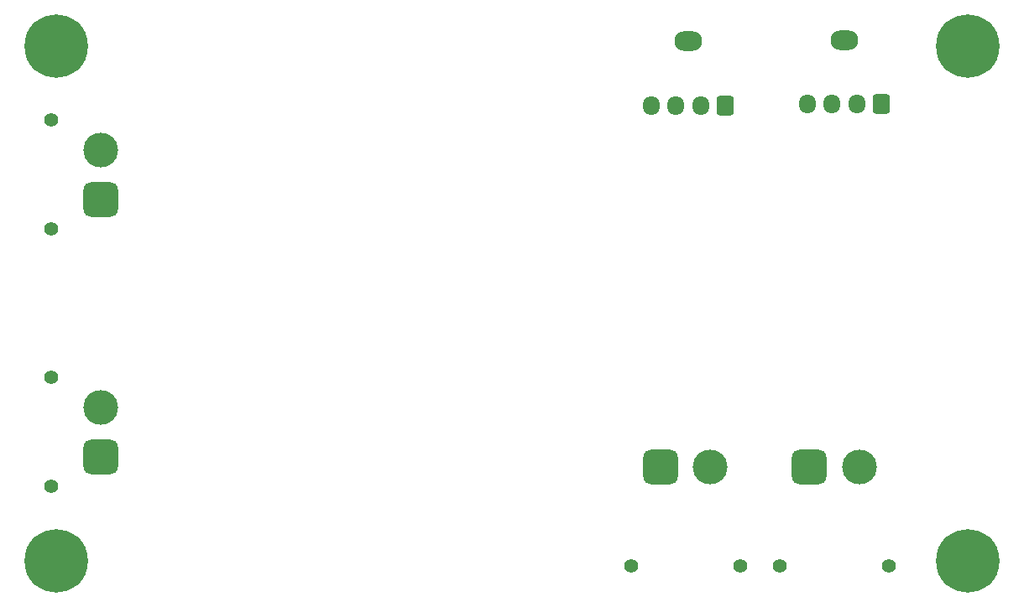
<source format=gbr>
%TF.GenerationSoftware,KiCad,Pcbnew,9.0.1*%
%TF.CreationDate,2026-01-23T01:31:55+09:00*%
%TF.ProjectId,AltairMD_V8,416c7461-6972-44d4-945f-56382e6b6963,rev?*%
%TF.SameCoordinates,Original*%
%TF.FileFunction,Soldermask,Bot*%
%TF.FilePolarity,Negative*%
%FSLAX46Y46*%
G04 Gerber Fmt 4.6, Leading zero omitted, Abs format (unit mm)*
G04 Created by KiCad (PCBNEW 9.0.1) date 2026-01-23 01:31:55*
%MOMM*%
%LPD*%
G01*
G04 APERTURE LIST*
G04 Aperture macros list*
%AMRoundRect*
0 Rectangle with rounded corners*
0 $1 Rounding radius*
0 $2 $3 $4 $5 $6 $7 $8 $9 X,Y pos of 4 corners*
0 Add a 4 corners polygon primitive as box body*
4,1,4,$2,$3,$4,$5,$6,$7,$8,$9,$2,$3,0*
0 Add four circle primitives for the rounded corners*
1,1,$1+$1,$2,$3*
1,1,$1+$1,$4,$5*
1,1,$1+$1,$6,$7*
1,1,$1+$1,$8,$9*
0 Add four rect primitives between the rounded corners*
20,1,$1+$1,$2,$3,$4,$5,0*
20,1,$1+$1,$4,$5,$6,$7,0*
20,1,$1+$1,$6,$7,$8,$9,0*
20,1,$1+$1,$8,$9,$2,$3,0*%
G04 Aperture macros list end*
%ADD10C,1.400000*%
%ADD11RoundRect,0.770000X0.980000X0.980000X-0.980000X0.980000X-0.980000X-0.980000X0.980000X-0.980000X0*%
%ADD12C,3.500000*%
%ADD13C,0.800000*%
%ADD14C,6.400000*%
%ADD15O,2.800000X2.000000*%
%ADD16RoundRect,0.250000X0.600000X0.725000X-0.600000X0.725000X-0.600000X-0.725000X0.600000X-0.725000X0*%
%ADD17O,1.700000X1.950000*%
%ADD18RoundRect,0.770000X0.980000X-0.980000X0.980000X0.980000X-0.980000X0.980000X-0.980000X-0.980000X0*%
G04 APERTURE END LIST*
D10*
%TO.C,J6*%
X143000000Y-96500000D03*
X132000000Y-96500000D03*
D11*
X135000000Y-86500000D03*
D12*
X140000000Y-86500000D03*
%TD*%
D13*
%TO.C,H2*%
X71600000Y-44000000D03*
X72302944Y-42302944D03*
X72302944Y-45697056D03*
X74000000Y-41600000D03*
D14*
X74000000Y-44000000D03*
D13*
X74000000Y-46400000D03*
X75697056Y-42302944D03*
X75697056Y-45697056D03*
X76400000Y-44000000D03*
%TD*%
D15*
%TO.C,J1*%
X153500000Y-43400000D03*
D16*
X157250000Y-49900000D03*
D17*
X154750000Y-49900000D03*
X152250000Y-49900000D03*
X149750000Y-49900000D03*
%TD*%
D10*
%TO.C,J4*%
X158000000Y-96500000D03*
X147000000Y-96500000D03*
D11*
X150000000Y-86500000D03*
D12*
X155000000Y-86500000D03*
%TD*%
D13*
%TO.C,H1*%
X71600000Y-96000000D03*
X72302944Y-94302944D03*
X72302944Y-97697056D03*
X74000000Y-93600000D03*
D14*
X74000000Y-96000000D03*
D13*
X74000000Y-98400000D03*
X75697056Y-94302944D03*
X75697056Y-97697056D03*
X76400000Y-96000000D03*
%TD*%
%TO.C,H4*%
X163600000Y-96000000D03*
X164302944Y-94302944D03*
X164302944Y-97697056D03*
X166000000Y-93600000D03*
D14*
X166000000Y-96000000D03*
D13*
X166000000Y-98400000D03*
X167697056Y-94302944D03*
X167697056Y-97697056D03*
X168400000Y-96000000D03*
%TD*%
D10*
%TO.C,J7*%
X73500000Y-62500000D03*
X73500000Y-51500000D03*
D18*
X78500000Y-59500000D03*
D12*
X78500000Y-54500000D03*
%TD*%
D10*
%TO.C,J5*%
X73500000Y-88500000D03*
X73500000Y-77500000D03*
D18*
X78500000Y-85500000D03*
D12*
X78500000Y-80500000D03*
%TD*%
D15*
%TO.C,J2*%
X137750000Y-43500000D03*
D16*
X141500000Y-50000000D03*
D17*
X139000000Y-50000000D03*
X136500000Y-50000000D03*
X134000000Y-50000000D03*
%TD*%
D13*
%TO.C,H3*%
X163600000Y-44000000D03*
X164302944Y-42302944D03*
X164302944Y-45697056D03*
X166000000Y-41600000D03*
D14*
X166000000Y-44000000D03*
D13*
X166000000Y-46400000D03*
X167697056Y-42302944D03*
X167697056Y-45697056D03*
X168400000Y-44000000D03*
%TD*%
M02*

</source>
